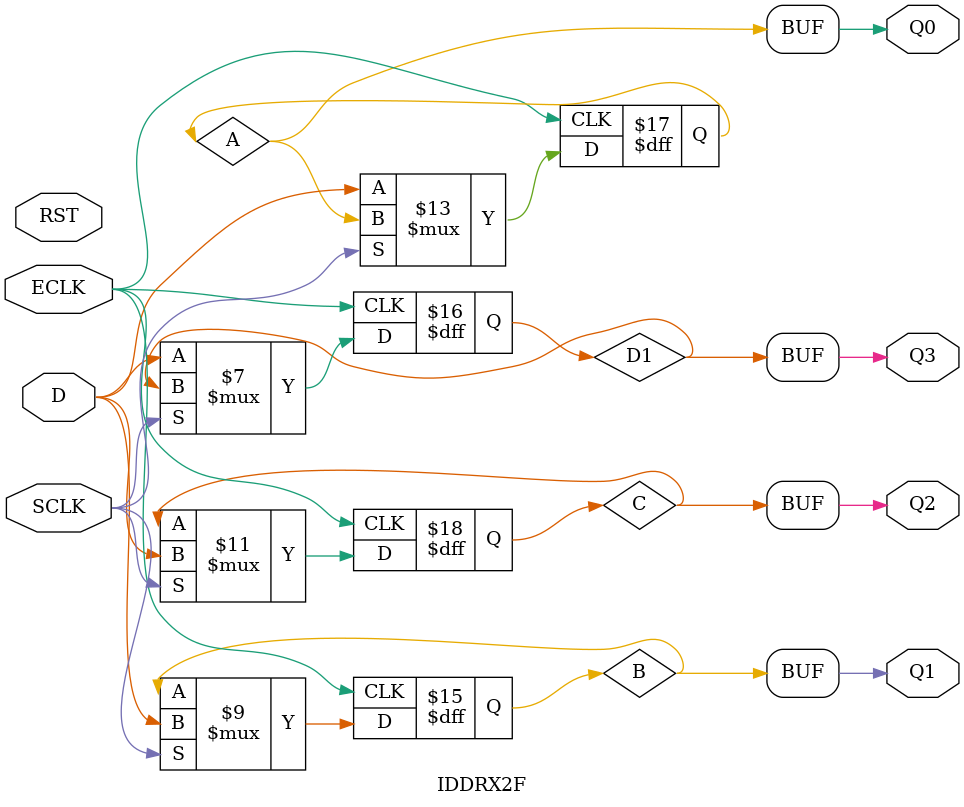
<source format=v>
module IDDRX2F (input D,ECLK,SCLK,RST,output
 Q0,Q1,Q2,Q3);
	reg A,B,C,D1;
	assign Q0=A;
	assign Q1=B;
	assign Q2=C;
	assign Q3=D1;
	always @(posedge ECLK ) begin
		
		if(SCLK==0)begin
			A<=D;
		end
		if(SCLK==1)begin
			C<=D;
		end
	end
	always @(negedge ECLK) begin
		if(SCLK==1)begin
			B<=D;
		end
		if(SCLK==0)begin
			D1<=D;
		end
	end
	
endmodule
</source>
